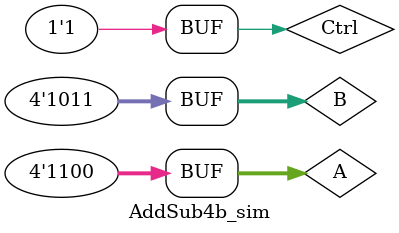
<source format=v>
`timescale 1ns / 1ps


module AddSub4b_sim;

  // Inputs
  reg Ctrl;
  reg [3:0] A;
  reg [3:0] B;

  // Outputs
  wire [3:0] S;
  wire Co;

  // Instantiate the module to be tested
  AddSub4b uut (
    .Ctrl(Ctrl),
    .A(A),
    .B(B),
    .S(S),
    .Co(Co)
  );

  // Stimulus generation
  initial begin
    // Initialize inputs
    Ctrl = 0; // Set to 0 for addition, 1 for subtraction
    A = 4'b0010; // Your input values here
    B = 4'b0001; // Your input values here
	
    // Add some delay
    #10;

    // Change inputs
    Ctrl = 1; // Set to 0 for addition, 1 for subtraction
    A = 4'b1100; // Your input values here
    B = 4'b1011; // Your input values here

    // Add some delay
    #10;

    // You can continue to provide more test cases here
  end

endmodule

</source>
